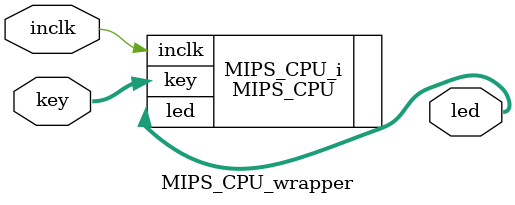
<source format=v>
`timescale 1 ps / 1 ps

module MIPS_CPU_wrapper
   (inclk,
    key,
    led);
  input inclk;
  input [15:0]key;
  output [15:0]led;

  wire inclk;
  wire [15:0]key;
  wire [15:0]led;

MIPS_CPU MIPS_CPU_i
       (.inclk(inclk),
        .key(key),
        .led(led));
endmodule

</source>
